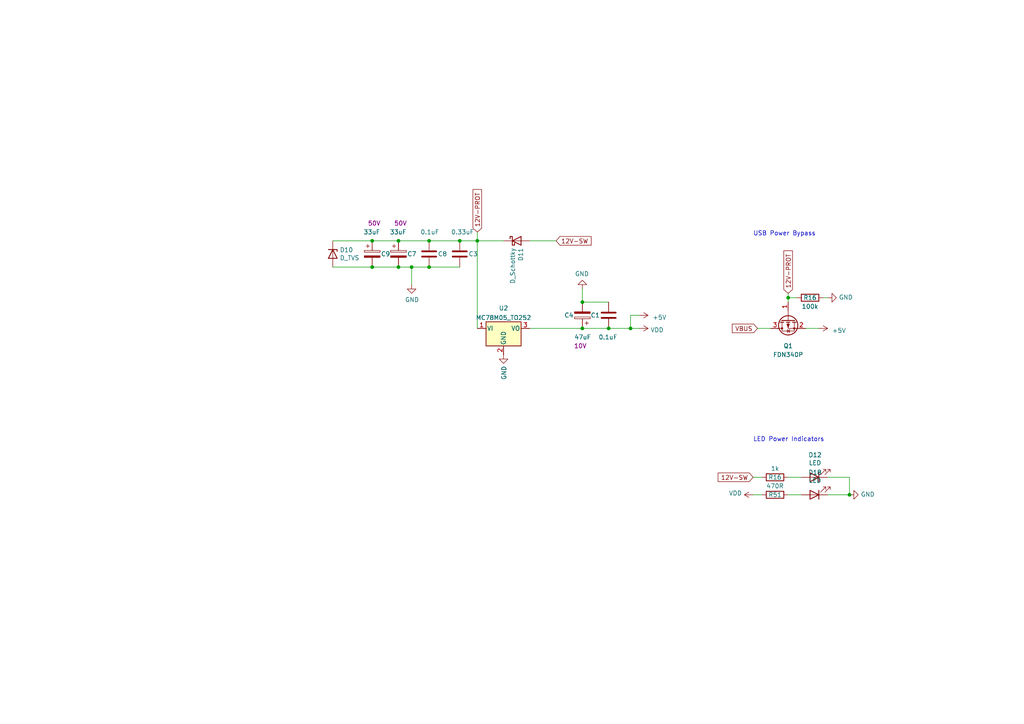
<source format=kicad_sch>
(kicad_sch (version 20230121) (generator eeschema)
  (paper "A4")
  (lib_symbols
    (symbol "Device:C" (pin_numbers hide) (pin_names (offset 0.254))
      (property "Reference" "C" (at 0.635 2.54 0))
      (property "Value" "C" (at 0.635 -2.54 0))
      (symbol "C_0_1"
        (polyline (pts (xy -2.032 -0.762) (xy 2.032 -0.762)) (stroke (width 0.508)))
        (polyline (pts (xy -2.032 0.762) (xy 2.032 0.762)) (stroke (width 0.508)))
      )
      (symbol "C_1_1"
        (pin passive line (at 0 3.81 270) (length 2.794) (name "~") (number "1"))
        (pin passive line (at 0 -3.81 90) (length 2.794) (name "~") (number "2"))
      )
    )
    (symbol "Device:CP" (pin_numbers hide) (pin_names (offset 0.254))
      (property "Reference" "C" (at 0.635 2.54 0))
      (property "Value" "Device_CP" (at 0.635 -2.54 0))
      (symbol "CP_0_1"
        (rectangle (start -2.286 0.508) (end 2.286 1.016))
        (polyline (pts (xy -1.778 2.286) (xy -0.762 2.286)))
        (polyline (pts (xy -1.27 2.794) (xy -1.27 1.778)))
        (rectangle (start 2.286 -0.508) (end -2.286 -1.016) (fill (type outline)))
      )
      (symbol "CP_1_1"
        (pin passive line (at 0 3.81 270) (length 2.794) (name "~") (number "1"))
        (pin passive line (at 0 -3.81 90) (length 2.794) (name "~") (number "2"))
      )
    )
    (symbol "Device:D_Schottky" (pin_numbers hide) (pin_names (offset 1.016) hide)
      (property "Reference" "D" (at 0 2.54 0))
      (property "Value" "D_Schottky" (at 0 -2.54 0))
      (symbol "D_Schottky_0_1"
        (polyline (pts (xy 1.27 0) (xy -1.27 0)))
        (polyline (pts (xy 1.27 1.27) (xy 1.27 -1.27) (xy -1.27 0) (xy 1.27 1.27)) (stroke (width 0.254)))
        (polyline (pts (xy -1.905 0.635) (xy -1.905 1.27) (xy -1.27 1.27) (xy -1.27 -1.27) (xy -0.635 -1.27) (xy -0.635 -0.635)) (stroke (width 0.254)))
      )
      (symbol "D_Schottky_1_1"
        (pin passive line (at -3.81 0 0) (length 2.54) (name "K") (number "1"))
        (pin passive line (at 3.81 0 180) (length 2.54) (name "A") (number "2"))
      )
    )
    (symbol "Device:D_Zener" (pin_numbers hide) (pin_names (offset 1.016) hide)
      (property "Reference" "D" (at 0 2.54 0))
      (property "Value" "D_Zener" (at 0 -2.54 0))
      (symbol "D_Zener_0_1"
        (polyline (pts (xy 1.27 0) (xy -1.27 0)))
        (polyline (pts (xy -1.27 -1.27) (xy -1.27 1.27) (xy -0.762 1.27)) (stroke (width 0.254)))
        (polyline (pts (xy 1.27 -1.27) (xy 1.27 1.27) (xy -1.27 0) (xy 1.27 -1.27)) (stroke (width 0.254)))
      )
      (symbol "D_Zener_1_1"
        (pin passive line (at -3.81 0 0) (length 2.54) (name "K") (number "1"))
        (pin passive line (at 3.81 0 180) (length 2.54) (name "A") (number "2"))
      )
    )
    (symbol "Device:LED" (pin_numbers hide) (pin_names (offset 1.016) hide)
      (property "Reference" "D" (at 0 2.54 0))
      (property "Value" "LED" (at 0 -2.54 0))
      (symbol "LED_0_1"
        (polyline (pts (xy -1.27 -1.27) (xy -1.27 1.27)) (stroke (width 0.254)))
        (polyline (pts (xy -1.27 0) (xy 1.27 0)))
        (polyline (pts (xy 1.27 -1.27) (xy 1.27 1.27) (xy -1.27 0) (xy 1.27 -1.27)) (stroke (width 0.254)))
        (polyline (pts (xy -3.048 -0.762) (xy -4.572 -2.286) (xy -3.81 -2.286) (xy -4.572 -2.286) (xy -4.572 -1.524)))
        (polyline (pts (xy -1.778 -0.762) (xy -3.302 -2.286) (xy -2.54 -2.286) (xy -3.302 -2.286) (xy -3.302 -1.524)))
      )
      (symbol "LED_1_1"
        (pin passive line (at -3.81 0 0) (length 2.54) (name "K") (number "1"))
        (pin passive line (at 3.81 0 180) (length 2.54) (name "A") (number "2"))
      )
    )
    (symbol "Device:R" (pin_numbers hide) (pin_names (offset 0))
      (property "Reference" "R" (at 2.032 0 90))
      (property "Value" "R" (at 0 0 90))
      (symbol "R_0_1"
        (rectangle (start -1.016 -2.54) (end 1.016 2.54) (stroke (width 0.254)))
      )
      (symbol "R_1_1"
        (pin passive line (at 0 3.81 270) (length 1.27) (name "~") (number "1"))
        (pin passive line (at 0 -3.81 90) (length 1.27) (name "~") (number "2"))
      )
    )
    (symbol "Regulator_Linear:MC78M05_TO252" (pin_names (offset 0.254))
      (property "Reference" "U" (at -3.81 3.175 0))
      (property "Value" "MC78M05_TO252" (at 0 3.175 0))
      (symbol "MC78M05_TO252_0_1"
        (rectangle (start -5.08 1.905) (end 5.08 -5.08) (stroke (width 0.254)) (fill (type background)))
      )
      (symbol "MC78M05_TO252_1_1"
        (pin power_in line (at -7.62 0 0) (length 2.54) (name "VI") (number "1"))
        (pin power_in line (at 0 -7.62 90) (length 2.54) (name "GND") (number "2"))
        (pin power_out line (at 7.62 0 180) (length 2.54) (name "VO") (number "3"))
      )
    )
    (symbol "Transistor_FET:FDN340P" (pin_names hide)
      (property "Reference" "Q" (at 5.08 1.905 0))
      (property "Value" "FDN340P" (at 5.08 0 0))
      (symbol "FDN340P_0_1"
        (polyline (pts (xy 0.254 0) (xy -2.54 0)))
        (polyline (pts (xy 0.254 1.905) (xy 0.254 -1.905)) (stroke (width 0.254)))
        (polyline (pts (xy 0.762 -1.27) (xy 0.762 -2.286)) (stroke (width 0.254)))
        (polyline (pts (xy 0.762 0.508) (xy 0.762 -0.508)) (stroke (width 0.254)))
        (polyline (pts (xy 0.762 2.286) (xy 0.762 1.27)) (stroke (width 0.254)))
        (polyline (pts (xy 2.54 2.54) (xy 2.54 1.778)))
        (polyline (pts (xy 2.54 -2.54) (xy 2.54 0) (xy 0.762 0)))
        (polyline (pts (xy 0.762 1.778) (xy 3.302 1.778) (xy 3.302 -1.778) (xy 0.762 -1.778)))
        (polyline (pts (xy 2.286 0) (xy 1.27 0.381) (xy 1.27 -0.381) (xy 2.286 0)) (fill (type outline)))
        (polyline (pts (xy 2.794 -0.508) (xy 2.921 -0.381) (xy 3.683 -0.381) (xy 3.81 -0.254)))
        (polyline (pts (xy 3.302 -0.381) (xy 2.921 0.254) (xy 3.683 0.254) (xy 3.302 -0.381)))
        (circle (center 1.651 0) (radius 2.794) (stroke (width 0.254)))
        (circle (center 2.54 -1.778) (radius 0.254) (fill (type outline)))
        (circle (center 2.54 1.778) (radius 0.254) (fill (type outline)))
      )
      (symbol "FDN340P_1_1"
        (pin input line (at -5.08 0 0) (length 2.54) (name "G") (number "1"))
        (pin passive line (at 2.54 -5.08 90) (length 2.54) (name "S") (number "2"))
        (pin passive line (at 2.54 5.08 270) (length 2.54) (name "D") (number "3"))
      )
    )
    (symbol "power:+5V" (power) (pin_names (offset 0))
      (property "Value" "+5V" (at 0 3.556 0))
      (symbol "+5V_0_1"
        (polyline (pts (xy -0.762 1.27) (xy 0 2.54)))
        (polyline (pts (xy 0 0) (xy 0 2.54)))
        (polyline (pts (xy 0 2.54) (xy 0.762 1.27)))
      )
      (symbol "+5V_1_1"
        (pin power_in line (at 0 0 90) (length 0) hide (name "+5V") (number "1"))
      )
    )
    (symbol "power:GND" (power) (pin_names (offset 0))
      (property "Value" "GND" (at 0 -3.81 0))
      (symbol "GND_0_1"
        (polyline (pts (xy 0 0) (xy 0 -1.27) (xy 1.27 -1.27) (xy 0 -2.54) (xy -1.27 -1.27) (xy 0 -1.27)))
      )
      (symbol "GND_1_1"
        (pin power_in line (at 0 0 270) (length 0) hide (name "GND") (number "1"))
      )
    )
    (symbol "power:VDD" (power) (pin_names (offset 0))
      (property "Value" "VDD" (at 0 3.81 0))
      (symbol "VDD_0_1"
        (polyline (pts (xy -0.762 1.27) (xy 0 2.54)))
        (polyline (pts (xy 0 0) (xy 0 2.54)))
        (polyline (pts (xy 0 2.54) (xy 0.762 1.27)))
      )
      (symbol "VDD_1_1"
        (pin power_in line (at 0 0 90) (length 0) hide (name "VDD") (number "1"))
      )
    )
  )
  (junction (at 119.38 77.47))
  (junction (at 228.6 86.36))
  (junction (at 182.88 95.25))
  (junction (at 124.46 77.47))
  (junction (at 107.95 77.47))
  (junction (at 138.43 69.85))
  (junction (at 115.57 69.85))
  (junction (at 133.35 69.85))
  (junction (at 168.91 87.63))
  (junction (at 168.91 95.25))
  (junction (at 115.57 77.47))
  (junction (at 246.38 143.51))
  (junction (at 176.53 95.25))
  (junction (at 124.46 69.85))
  (junction (at 107.95 69.85))
  (wire (pts (xy 138.43 69.85) (xy 138.43 95.25)))
  (wire (pts (xy 228.6 85.09) (xy 228.6 86.36)))
  (wire (pts (xy 182.88 95.25) (xy 176.53 95.25)))
  (wire (pts (xy 119.38 77.47) (xy 115.57 77.47)))
  (wire (pts (xy 246.38 138.43) (xy 246.38 143.51)))
  (wire (pts (xy 233.68 95.25) (xy 237.49 95.25)))
  (wire (pts (xy 124.46 69.85) (xy 133.35 69.85)))
  (wire (pts (xy 124.46 69.85) (xy 115.57 69.85)))
  (wire (pts (xy 228.6 86.36) (xy 228.6 87.63)))
  (wire (pts (xy 124.46 77.47) (xy 119.38 77.47)))
  (wire (pts (xy 218.44 138.43) (xy 220.98 138.43)))
  (wire (pts (xy 168.91 83.82) (xy 168.91 87.63)))
  (wire (pts (xy 124.46 77.47) (xy 133.35 77.47)))
  (wire (pts (xy 176.53 95.25) (xy 168.91 95.25)))
  (wire (pts (xy 228.6 143.51) (xy 232.41 143.51)))
  (wire (pts (xy 240.03 138.43) (xy 246.38 138.43)))
  (wire (pts (xy 107.95 77.47) (xy 115.57 77.47)))
  (wire (pts (xy 138.43 67.31) (xy 138.43 69.85)))
  (wire (pts (xy 96.52 77.47) (xy 107.95 77.47)))
  (wire (pts (xy 228.6 86.36) (xy 231.14 86.36)))
  (wire (pts (xy 119.38 77.47) (xy 119.38 82.55)))
  (wire (pts (xy 153.67 95.25) (xy 168.91 95.25)))
  (wire (pts (xy 228.6 138.43) (xy 232.41 138.43)))
  (wire (pts (xy 238.76 86.36) (xy 240.03 86.36)))
  (wire (pts (xy 161.29 69.85) (xy 153.67 69.85)))
  (wire (pts (xy 182.88 91.44) (xy 182.88 95.25)))
  (wire (pts (xy 176.53 87.63) (xy 168.91 87.63)))
  (wire (pts (xy 240.03 143.51) (xy 246.38 143.51)))
  (wire (pts (xy 185.42 91.44) (xy 182.88 91.44)))
  (wire (pts (xy 96.52 69.85) (xy 107.95 69.85)))
  (wire (pts (xy 138.43 69.85) (xy 146.05 69.85)))
  (wire (pts (xy 218.44 143.51) (xy 220.98 143.51)))
  (wire (pts (xy 185.42 95.25) (xy 182.88 95.25)))
  (wire (pts (xy 133.35 69.85) (xy 138.43 69.85)))
  (wire (pts (xy 107.95 69.85) (xy 115.57 69.85)))
  (wire (pts (xy 219.71 95.25) (xy 223.52 95.25)))
  (text "USB Power Bypass" (at 218.44 68.58 0) (effects (font (size 1.27 1.27)) (justify left bottom)))
  (text "LED Power Indicators" (at 218.44 128.27 0) (effects (font (size 1.27 1.27)) (justify left bottom)))
  (global_label "12V-PROT" (shape input) (at 138.43 67.31 90) (property "Intersheetrefs" "${INTERSHEET_REFS}" (effects hide)))
  (global_label "12V-SW" (shape input) (at 161.29 69.85 0) (property "Intersheetrefs" "${INTERSHEET_REFS}" (effects hide)))
  (global_label "VBUS" (shape input) (at 219.71 95.25 180) (property "Intersheetrefs" "${INTERSHEET_REFS}" (effects hide)))
  (global_label "12V-SW" (shape input) (at 218.44 138.43 180) (property "Intersheetrefs" "${INTERSHEET_REFS}" (effects hide)))
  (global_label "12V-PROT" (shape input) (at 228.6 85.09 90) (property "Intersheetrefs" "${INTERSHEET_REFS}" (effects hide)))
  (symbol (lib_id "Device:C") (at 133.35 73.66 0) (unit 1)
    (property "Reference" "C3" (at 135.89 73.66 0) (effects (justify left)))
    (property "Value" "0.33uF" (at 130.81 67.31 0) (effects (justify left)))
    (property "Footprint" "Capacitor_SMD:C_0805_2012Metric_Pad1.18x1.45mm_HandSolder" (effects hide))
    (property "Digikey Part Number" "445-5684-1-ND" (effects hide))
    (property "Manufacturer_Name" "TDK" (effects hide))
    (property "Manufacturer_Part_Number" "CGA4J2X7R1H334K125AA" (effects hide))
    (property "URL" "https://www.digikey.com.au/en/products/detail/tdk-corporation/CGA4J2X7R1H334K125AA/2443162" (effects hide))
    (instances (project "DropBear" (path "" (reference "C3") (unit 1))) (project "SpeedyMAP" (path "" (reference "C20") (unit 1))))
  )
  (symbol (lib_id "power:+5V") (at 185.42 91.44 270) (unit 1)
    (property "Reference" "#PWR021" (effects hide))
    (property "Value" "+5V" (at 189.23 92.075 90) (effects (justify left)))
  )
  (symbol (lib_id "power:GND") (at 246.38 143.51 90) (unit 1)
    (property "Reference" "#PWR0180" (effects hide))
    (property "Value" "GND" (at 249.6312 143.383 90) (effects (justify right)))
    (instances (project "DropBear" (path "" (reference "#PWR0180") (unit 1))) (project "SpeedyMAP" (path "" (reference "#PWR027") (unit 1))))
  )
  (symbol (lib_id "Device:C") (at 124.46 73.66 0) (unit 1)
    (property "Reference" "C8" (at 127 73.66 0) (effects (justify left)))
    (property "Value" "0.1uF" (at 121.92 67.31 0) (effects (justify left)))
    (property "Footprint" "Capacitor_SMD:C_0805_2012Metric_Pad1.18x1.45mm_HandSolder" (effects hide))
    (property "Digikey Part Number" "311-1140-1-ND" (effects hide))
    (property "Manufacturer_Name" "Yageo" (effects hide))
    (property "Manufacturer_Part_Number" "CC0805KRX7R9BB104" (effects hide))
    (property "URL" "https://www.digikey.com.au/product-detail/en/yageo/CC0805KRX7R9BB104/311-1140-1-ND/303050" (effects hide))
    (instances (project "DropBear" (path "" (reference "C8") (unit 1))) (project "SpeedyMAP" (path "" (reference "C19") (unit 1))))
  )
  (symbol (lib_id "power:VDD") (at 218.44 143.51 90) (unit 1)
    (property "Reference" "#PWR0149" (effects hide))
    (property "Value" "VDD" (at 215.2142 143.0528 90) (effects (justify left)))
    (instances (project "DropBear" (path "" (reference "#PWR0149") (unit 1))) (project "SpeedyMAP" (path "" (reference "#PWR025") (unit 1))))
  )
  (symbol (lib_id "power:GND") (at 240.03 86.36 90) (unit 1)
    (property "Reference" "#PWR0180" (effects hide))
    (property "Value" "GND" (at 243.2812 86.233 90) (effects (justify right)))
    (instances (project "DropBear" (path "" (reference "#PWR0180") (unit 1))) (project "SpeedyMAP" (path "" (reference "#PWR037") (unit 1))))
  )
  (symbol (lib_id "power:GND") (at 146.05 102.87 0) (unit 1)
    (property "Reference" "#PWR0115" (effects hide))
    (property "Value" "GND" (at 146.177 106.1212 90) (effects (justify right)))
    (instances (project "DropBear" (path "" (reference "#PWR0115") (unit 1))) (project "SpeedyMAP" (path "" (reference "#PWR023") (unit 1))))
  )
  (symbol (lib_id "Device:R") (at 224.79 138.43 90) (unit 1)
    (property "Reference" "R16" (at 224.79 138.43 90))
    (property "Value" "1k" (at 224.79 135.89 90))
    (property "Footprint" "Resistor_SMD:R_0805_2012Metric" (effects hide))
    (property "Digikey Part Number" "311-1.00KCRCT-ND" (effects hide))
    (property "Manufacturer_Name" "Yageo" (effects hide))
    (property "Manufacturer_Part_Number" "RC0805FR-071KL" (effects hide))
    (property "URL" "https://www.digikey.com/product-detail/en/yageo/RC0805FR-071KL/311-1.00KCRCT-ND/730391" (effects hide))
    (instances (project "DropBear" (path "" (reference "R16") (unit 1))) (project "SpeedyMAP" (path "" (reference "R6") (unit 1))))
  )
  (symbol (lib_id "Device:CP") (at 107.95 73.66 0) (unit 1)
    (property "Reference" "C9" (at 110.49 73.66 0) (effects (justify left)))
    (property "Value" "33uF" (at 105.41 67.31 0) (effects (justify left)))
    (property "Footprint" "Capacitor_SMD:CP_Elec_6.3x7.7" (effects hide))
    (property "Voltage" "50V" (at 106.68 64.77 0) (effects (justify left)))
    (property "Digikey Part Number" "PCE3925CT-ND" (effects hide))
    (property "Manufacturer_Name" "Panasonic" (effects hide))
    (property "Manufacturer_Part_Number" "EEE-1HA330XP" (effects hide))
    (property "URL" "https://www.digikey.com.au/product-detail/en/panasonic-electronic-components/EEE-1HA330XP/PCE3925CT-ND/766301" (effects hide))
    (instances (project "DropBear" (path "" (reference "C9") (unit 1))) (project "SpeedyMAP" (path "" (reference "C17") (unit 1))))
  )
  (symbol (lib_id "power:VDD") (at 185.42 95.25 270) (unit 1)
    (property "Reference" "#PWR0122" (effects hide))
    (property "Value" "VDD" (at 188.6458 95.7072 90) (effects (justify left)))
    (instances (project "DropBear" (path "" (reference "#PWR0122") (unit 1))) (project "SpeedyMAP" (path "" (reference "#PWR019") (unit 1))))
  )
  (symbol (lib_id "Device:LED") (at 236.22 138.43 180) (unit 1)
    (property "Reference" "D12" (at 236.3978 131.953 0))
    (property "Value" "LED" (at 236.3978 134.2644 0))
    (property "Footprint" "LED_SMD:LED_0805_2012Metric_Pad1.15x1.40mm_HandSolder" (effects hide))
    (property "Digikey Part Number" "475-1410-2-ND" (effects hide))
    (property "Manufacturer_Name" "OSRAM" (effects hide))
    (property "Manufacturer_Part_Number" "LG R971-KN-1" (effects hide))
    (property "URL" "https://www.digikey.com/en/products/detail/osram-opto-semiconductors-inc/LG-R971-KN-1/1227925" (effects hide))
    (instances (project "DropBear" (path "" (reference "D12") (unit 1))) (project "SpeedyMAP" (path "" (reference "D3") (unit 1))))
  )
  (symbol (lib_id "Transistor_FET:FDN340P") (at 228.6 92.71 90) (mirror x) (unit 1)
    (property "Reference" "Q1" (at 228.6 100.33 90))
    (property "Value" "FDN340P" (at 228.6 102.87 90))
    (property "Footprint" "Package_TO_SOT_SMD:SOT-23" (effects hide))
    (property "Datasheet" "https://www.onsemi.com/pub/Collateral/FDN340P-D.PDF" (effects hide))
    (property "Digikey Part Number" "FDN340PTR-ND" (effects hide))
    (property "Manufacturer_Name" "ON Semi" (effects hide))
    (property "Manufacturer_Part_Number" "FDN340P" (effects hide))
    (property "URL" "https://www.digikey.com.au/en/products/detail/onsemi/FDN340P/965304" (effects hide))
  )
  (symbol (lib_id "power:GND") (at 168.91 83.82 180) (unit 1)
    (property "Reference" "#PWR0118" (effects hide))
    (property "Value" "GND" (at 168.783 79.4258 0))
    (instances (project "DropBear" (path "" (reference "#PWR0118") (unit 1))) (project "SpeedyMAP" (path "" (reference "#PWR020") (unit 1))))
  )
  (symbol (lib_id "Device:R") (at 224.79 143.51 90) (unit 1)
    (property "Reference" "R51" (at 224.79 143.51 90))
    (property "Value" "470R" (at 224.79 140.97 90))
    (property "Footprint" "Resistor_SMD:R_0805_2012Metric" (effects hide))
    (property "Digikey Part Number" "P470CCT-ND" (effects hide))
    (property "Manufacturer_Name" "Panasonic" (effects hide))
    (property "Manufacturer_Part_Number" "ERJ-6ENF4700V" (effects hide))
    (property "URL" "https://www.digikey.com/product-detail/en/panasonic-electronic-components/ERJ-6ENF4700V/P470CCT-ND/1746871" (effects hide))
    (instances (project "DropBear" (path "" (reference "R51") (unit 1))) (project "SpeedyMAP" (path "" (reference "R7") (unit 1))))
  )
  (symbol (lib_id "Device:CP") (at 168.91 91.44 180) (unit 1)
    (property "Reference" "C4" (at 166.37 91.44 0) (effects (justify left)))
    (property "Value" "47uF" (at 171.45 97.79 0) (effects (justify left)))
    (property "Footprint" "Capacitor_Tantalum_SMD:CP_EIA-3528-21_Kemet-B" (effects hide))
    (property "Voltage" "10V" (at 170.18 100.33 0) (effects (justify left)))
    (property "Digikey Part Number" "478-1692-1-ND" (effects hide))
    (property "Manufacturer_Name" "AVX" (effects hide))
    (property "Manufacturer_Part_Number" "TAJB476K006RNJ" (effects hide))
    (property "URL" "https://www.digikey.com/product-detail/en/avx-corporation/TAJB476K006RNJ/478-1692-1-ND/564724" (effects hide))
    (instances (project "DropBear" (path "" (reference "C4") (unit 1))) (project "SpeedyMAP" (path "" (reference "C16") (unit 1))))
  )
  (symbol (lib_id "power:+5V") (at 237.49 95.25 270) (unit 1)
    (property "Reference" "#PWR024" (effects hide))
    (property "Value" "+5V" (at 241.3 95.885 90) (effects (justify left)))
  )
  (symbol (lib_id "Device:LED") (at 236.22 143.51 180) (unit 1)
    (property "Reference" "D18" (at 236.3978 137.033 0))
    (property "Value" "LED" (at 236.3978 139.3444 0))
    (property "Footprint" "LED_SMD:LED_0805_2012Metric_Pad1.15x1.40mm_HandSolder" (effects hide))
    (property "Digikey Part Number" "475-1410-2-ND" (effects hide))
    (property "Manufacturer_Name" "OSRAM" (effects hide))
    (property "Manufacturer_Part_Number" "LG R971-KN-1" (effects hide))
    (property "URL" "https://www.digikey.com/en/products/detail/osram-opto-semiconductors-inc/LG-R971-KN-1/1227925" (effects hide))
    (instances (project "DropBear" (path "" (reference "D18") (unit 1))) (project "SpeedyMAP" (path "" (reference "D4") (unit 1))))
  )
  (symbol (lib_id "Regulator_Linear:MC78M05_TO252") (at 146.05 95.25 0) (unit 1)
    (property "Reference" "U2" (at 146.05 89.3785 0))
    (property "Value" "MC78M05_TO252" (at 146.05 92.1536 0))
    (property "Footprint" "Package_TO_SOT_SMD:TO-252-2" (effects hide))
    (property "Datasheet" "https://www.onsemi.com/pdf/datasheet/mc7800-d.pdf" (effects hide))
    (property "Digikey Part Number" "NCV7805BDTRKGOSCT-ND" (effects hide))
    (property "Manufacturer_Name" "ON Semi" (effects hide))
    (property "Manufacturer_Part_Number" "NCV7805BDTRKG" (effects hide))
    (property "URL" "https://www.digikey.com/en/products/detail/onsemi/NCV7805BDTRKG/1792758" (effects hide))
    (instances (project "DropBear" (path "" (reference "U2") (unit 1))) (project "SpeedyMAP" (path "" (reference "U6") (unit 1))))
  )
  (symbol (lib_id "Device:R") (at 234.95 86.36 270) (unit 1)
    (property "Reference" "R16" (at 234.95 86.36 90))
    (property "Value" "100k" (at 234.95 88.9 90))
    (property "Footprint" "Resistor_SMD:R_0805_2012Metric" (effects hide))
    (property "Digikey Part Number" "311-100KCRTR-ND" (effects hide))
    (property "Manufacturer_Name" "Yageo" (effects hide))
    (property "Manufacturer_Part_Number" "RC0805FR-07100KL" (effects hide))
    (property "URL" "https://www.digikey.com.au/en/products/detail/yageo/RC0805FR-07100KL/727544" (effects hide))
    (instances (project "DropBear" (path "" (reference "R16") (unit 1))) (project "SpeedyMAP" (path "" (reference "R11") (unit 1)) (path "" (reference "R10") (unit 1))))
  )
  (symbol (lib_id "Device:CP") (at 115.57 73.66 0) (unit 1)
    (property "Reference" "C7" (at 118.11 73.66 0) (effects (justify left)))
    (property "Value" "33uF" (at 113.03 67.31 0) (effects (justify left)))
    (property "Footprint" "Capacitor_SMD:CP_Elec_6.3x7.7" (effects hide))
    (property "Voltage" "50V" (at 114.3 64.77 0) (effects (justify left)))
    (property "Digikey Part Number" "PCE3925CT-ND" (effects hide))
    (property "Manufacturer_Name" "Panasonic" (effects hide))
    (property "Manufacturer_Part_Number" "EEE-1HA330XP" (effects hide))
    (property "URL" "https://www.digikey.com.au/product-detail/en/panasonic-electronic-components/EEE-1HA330XP/PCE3925CT-ND/766301" (effects hide))
    (instances (project "DropBear" (path "" (reference "C7") (unit 1))) (project "SpeedyMAP" (path "" (reference "C18") (unit 1))))
  )
  (symbol (lib_id "power:GND") (at 119.38 82.55 0) (unit 1)
    (property "Reference" "#PWR0113" (effects hide))
    (property "Value" "GND" (at 119.507 86.9442 0))
    (instances (project "DropBear" (path "" (reference "#PWR0113") (unit 1))) (project "SpeedyMAP" (path "" (reference "#PWR022") (unit 1))))
  )
  (symbol (lib_id "Device:D_Schottky") (at 149.86 69.85 0) (unit 1)
    (property "Reference" "D11" (at 151.0284 71.8566 90) (effects (justify right)))
    (property "Value" "D_Schottky" (at 148.717 71.8566 90) (effects (justify right)))
    (property "Footprint" "Diode_SMD:D_SMA_Handsoldering" (effects hide))
    (property "Digikey Part Number" "B360A-FDICT-ND" (effects hide))
    (property "Manufacturer_Name" "Diodes Inc" (effects hide))
    (property "Manufacturer_Part_Number" "B360A-13-F" (effects hide))
    (property "URL" "https://www.digikey.com.au/product-detail/en/diodes-incorporated/B360A-13-F/B360A-FDICT-ND/724980" (effects hide))
    (instances (project "DropBear" (path "" (reference "D11") (unit 1))) (project "SpeedyMAP" (path "" (reference "D2") (unit 1))))
  )
  (symbol (lib_id "Device:D_Zener") (at 96.52 73.66 270) (unit 1)
    (property "Reference" "D10" (at 98.5266 72.4916 90) (effects (justify left)))
    (property "Value" "D_TVS" (at 98.5266 74.803 90) (effects (justify left)))
    (property "Footprint" "Diode_SMD:D_SMB" (effects hide))
    (property "Digikey Part Number" "SMBJ40A-QCT-ND" (effects hide))
    (property "Manufacturer_Name" "Bournes Inc." (effects hide))
    (property "Manufacturer_Part_Number" "SMBJ40A-Q" (effects hide))
    (property "URL" "https://www.digikey.com.au/product-detail/en/bourns-inc/SMBJ40A-Q/SMBJ40A-QCT-ND/10222718" (effects hide))
    (instances (project "DropBear" (path "" (reference "D10") (unit 1))) (project "SpeedyMAP" (path "" (reference "D1") (unit 1))))
  )
  (symbol (lib_id "Device:C") (at 176.53 91.44 180) (unit 1)
    (property "Reference" "C1" (at 173.99 91.44 0) (effects (justify left)))
    (property "Value" "0.1uF" (at 179.07 97.79 0) (effects (justify left)))
    (property "Footprint" "Capacitor_SMD:C_0805_2012Metric_Pad1.18x1.45mm_HandSolder" (effects hide))
    (property "Digikey Part Number" "311-1140-1-ND" (effects hide))
    (property "Manufacturer_Name" "Yageo" (effects hide))
    (property "Manufacturer_Part_Number" "CC0805KRX7R9BB104" (effects hide))
    (property "URL" "https://www.digikey.com.au/product-detail/en/yageo/CC0805KRX7R9BB104/311-1140-1-ND/303050" (effects hide))
    (instances (project "DropBear" (path "" (reference "C1") (unit 1))) (project "SpeedyMAP" (path "" (reference "C15") (unit 1))))
  )
)
</source>
